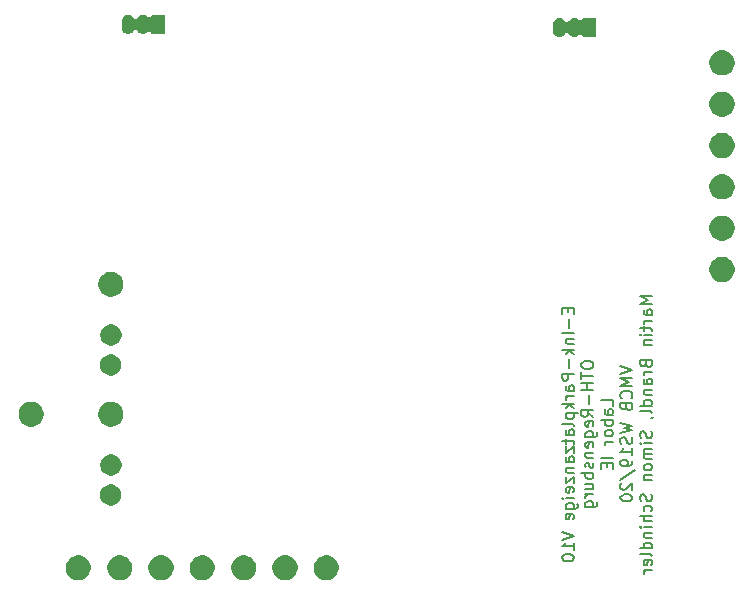
<source format=gbs>
G04 #@! TF.GenerationSoftware,KiCad,Pcbnew,5.1.5-52549c5~84~ubuntu18.04.1*
G04 #@! TF.CreationDate,2019-12-19T12:34:09+01:00*
G04 #@! TF.ProjectId,E-Ink,452d496e-6b2e-46b6-9963-61645f706362,rev?*
G04 #@! TF.SameCoordinates,Original*
G04 #@! TF.FileFunction,Soldermask,Bot*
G04 #@! TF.FilePolarity,Negative*
%FSLAX46Y46*%
G04 Gerber Fmt 4.6, Leading zero omitted, Abs format (unit mm)*
G04 Created by KiCad (PCBNEW 5.1.5-52549c5~84~ubuntu18.04.1) date 2019-12-19 12:34:09*
%MOMM*%
%LPD*%
G04 APERTURE LIST*
%ADD10C,0.150000*%
%ADD11C,0.100000*%
G04 APERTURE END LIST*
D10*
X149728571Y-75529523D02*
X149728571Y-75862857D01*
X150252380Y-76005714D02*
X150252380Y-75529523D01*
X149252380Y-75529523D01*
X149252380Y-76005714D01*
X149871428Y-76434285D02*
X149871428Y-77196190D01*
X150252380Y-77672380D02*
X149252380Y-77672380D01*
X149585714Y-78148571D02*
X150252380Y-78148571D01*
X149680952Y-78148571D02*
X149633333Y-78196190D01*
X149585714Y-78291428D01*
X149585714Y-78434285D01*
X149633333Y-78529523D01*
X149728571Y-78577142D01*
X150252380Y-78577142D01*
X150252380Y-79053333D02*
X149252380Y-79053333D01*
X149871428Y-79148571D02*
X150252380Y-79434285D01*
X149585714Y-79434285D02*
X149966666Y-79053333D01*
X149871428Y-79862857D02*
X149871428Y-80624761D01*
X150252380Y-81100952D02*
X149252380Y-81100952D01*
X149252380Y-81481904D01*
X149300000Y-81577142D01*
X149347619Y-81624761D01*
X149442857Y-81672380D01*
X149585714Y-81672380D01*
X149680952Y-81624761D01*
X149728571Y-81577142D01*
X149776190Y-81481904D01*
X149776190Y-81100952D01*
X150252380Y-82529523D02*
X149728571Y-82529523D01*
X149633333Y-82481904D01*
X149585714Y-82386666D01*
X149585714Y-82196190D01*
X149633333Y-82100952D01*
X150204761Y-82529523D02*
X150252380Y-82434285D01*
X150252380Y-82196190D01*
X150204761Y-82100952D01*
X150109523Y-82053333D01*
X150014285Y-82053333D01*
X149919047Y-82100952D01*
X149871428Y-82196190D01*
X149871428Y-82434285D01*
X149823809Y-82529523D01*
X150252380Y-83005714D02*
X149585714Y-83005714D01*
X149776190Y-83005714D02*
X149680952Y-83053333D01*
X149633333Y-83100952D01*
X149585714Y-83196190D01*
X149585714Y-83291428D01*
X150252380Y-83624761D02*
X149252380Y-83624761D01*
X149871428Y-83720000D02*
X150252380Y-84005714D01*
X149585714Y-84005714D02*
X149966666Y-83624761D01*
X149585714Y-84434285D02*
X150585714Y-84434285D01*
X149633333Y-84434285D02*
X149585714Y-84529523D01*
X149585714Y-84720000D01*
X149633333Y-84815238D01*
X149680952Y-84862857D01*
X149776190Y-84910476D01*
X150061904Y-84910476D01*
X150157142Y-84862857D01*
X150204761Y-84815238D01*
X150252380Y-84720000D01*
X150252380Y-84529523D01*
X150204761Y-84434285D01*
X150252380Y-85481904D02*
X150204761Y-85386666D01*
X150109523Y-85339047D01*
X149252380Y-85339047D01*
X150252380Y-86291428D02*
X149728571Y-86291428D01*
X149633333Y-86243809D01*
X149585714Y-86148571D01*
X149585714Y-85958095D01*
X149633333Y-85862857D01*
X150204761Y-86291428D02*
X150252380Y-86196190D01*
X150252380Y-85958095D01*
X150204761Y-85862857D01*
X150109523Y-85815238D01*
X150014285Y-85815238D01*
X149919047Y-85862857D01*
X149871428Y-85958095D01*
X149871428Y-86196190D01*
X149823809Y-86291428D01*
X149585714Y-86624761D02*
X149585714Y-87005714D01*
X149252380Y-86767619D02*
X150109523Y-86767619D01*
X150204761Y-86815238D01*
X150252380Y-86910476D01*
X150252380Y-87005714D01*
X149585714Y-87243809D02*
X149585714Y-87767619D01*
X150252380Y-87243809D01*
X150252380Y-87767619D01*
X150252380Y-88577142D02*
X149728571Y-88577142D01*
X149633333Y-88529523D01*
X149585714Y-88434285D01*
X149585714Y-88243809D01*
X149633333Y-88148571D01*
X150204761Y-88577142D02*
X150252380Y-88481904D01*
X150252380Y-88243809D01*
X150204761Y-88148571D01*
X150109523Y-88100952D01*
X150014285Y-88100952D01*
X149919047Y-88148571D01*
X149871428Y-88243809D01*
X149871428Y-88481904D01*
X149823809Y-88577142D01*
X149585714Y-89053333D02*
X150252380Y-89053333D01*
X149680952Y-89053333D02*
X149633333Y-89100952D01*
X149585714Y-89196190D01*
X149585714Y-89339047D01*
X149633333Y-89434285D01*
X149728571Y-89481904D01*
X150252380Y-89481904D01*
X149585714Y-89862857D02*
X149585714Y-90386666D01*
X150252380Y-89862857D01*
X150252380Y-90386666D01*
X150204761Y-91148571D02*
X150252380Y-91053333D01*
X150252380Y-90862857D01*
X150204761Y-90767619D01*
X150109523Y-90720000D01*
X149728571Y-90720000D01*
X149633333Y-90767619D01*
X149585714Y-90862857D01*
X149585714Y-91053333D01*
X149633333Y-91148571D01*
X149728571Y-91196190D01*
X149823809Y-91196190D01*
X149919047Y-90720000D01*
X150252380Y-91624761D02*
X149585714Y-91624761D01*
X149252380Y-91624761D02*
X149300000Y-91577142D01*
X149347619Y-91624761D01*
X149300000Y-91672380D01*
X149252380Y-91624761D01*
X149347619Y-91624761D01*
X149585714Y-92529523D02*
X150395238Y-92529523D01*
X150490476Y-92481904D01*
X150538095Y-92434285D01*
X150585714Y-92339047D01*
X150585714Y-92196190D01*
X150538095Y-92100952D01*
X150204761Y-92529523D02*
X150252380Y-92434285D01*
X150252380Y-92243809D01*
X150204761Y-92148571D01*
X150157142Y-92100952D01*
X150061904Y-92053333D01*
X149776190Y-92053333D01*
X149680952Y-92100952D01*
X149633333Y-92148571D01*
X149585714Y-92243809D01*
X149585714Y-92434285D01*
X149633333Y-92529523D01*
X150204761Y-93386666D02*
X150252380Y-93291428D01*
X150252380Y-93100952D01*
X150204761Y-93005714D01*
X150109523Y-92958095D01*
X149728571Y-92958095D01*
X149633333Y-93005714D01*
X149585714Y-93100952D01*
X149585714Y-93291428D01*
X149633333Y-93386666D01*
X149728571Y-93434285D01*
X149823809Y-93434285D01*
X149919047Y-92958095D01*
X149252380Y-94481904D02*
X150252380Y-94815238D01*
X149252380Y-95148571D01*
X150252380Y-96005714D02*
X150252380Y-95434285D01*
X150252380Y-95720000D02*
X149252380Y-95720000D01*
X149395238Y-95624761D01*
X149490476Y-95529523D01*
X149538095Y-95434285D01*
X149252380Y-96624761D02*
X149252380Y-96720000D01*
X149300000Y-96815238D01*
X149347619Y-96862857D01*
X149442857Y-96910476D01*
X149633333Y-96958095D01*
X149871428Y-96958095D01*
X150061904Y-96910476D01*
X150157142Y-96862857D01*
X150204761Y-96815238D01*
X150252380Y-96720000D01*
X150252380Y-96624761D01*
X150204761Y-96529523D01*
X150157142Y-96481904D01*
X150061904Y-96434285D01*
X149871428Y-96386666D01*
X149633333Y-96386666D01*
X149442857Y-96434285D01*
X149347619Y-96481904D01*
X149300000Y-96529523D01*
X149252380Y-96624761D01*
X150902380Y-80267619D02*
X150902380Y-80458095D01*
X150950000Y-80553333D01*
X151045238Y-80648571D01*
X151235714Y-80696190D01*
X151569047Y-80696190D01*
X151759523Y-80648571D01*
X151854761Y-80553333D01*
X151902380Y-80458095D01*
X151902380Y-80267619D01*
X151854761Y-80172380D01*
X151759523Y-80077142D01*
X151569047Y-80029523D01*
X151235714Y-80029523D01*
X151045238Y-80077142D01*
X150950000Y-80172380D01*
X150902380Y-80267619D01*
X150902380Y-80981904D02*
X150902380Y-81553333D01*
X151902380Y-81267619D02*
X150902380Y-81267619D01*
X151902380Y-81886666D02*
X150902380Y-81886666D01*
X151378571Y-81886666D02*
X151378571Y-82458095D01*
X151902380Y-82458095D02*
X150902380Y-82458095D01*
X151521428Y-82934285D02*
X151521428Y-83696190D01*
X151902380Y-84743809D02*
X151426190Y-84410476D01*
X151902380Y-84172380D02*
X150902380Y-84172380D01*
X150902380Y-84553333D01*
X150950000Y-84648571D01*
X150997619Y-84696190D01*
X151092857Y-84743809D01*
X151235714Y-84743809D01*
X151330952Y-84696190D01*
X151378571Y-84648571D01*
X151426190Y-84553333D01*
X151426190Y-84172380D01*
X151854761Y-85553333D02*
X151902380Y-85458095D01*
X151902380Y-85267619D01*
X151854761Y-85172380D01*
X151759523Y-85124761D01*
X151378571Y-85124761D01*
X151283333Y-85172380D01*
X151235714Y-85267619D01*
X151235714Y-85458095D01*
X151283333Y-85553333D01*
X151378571Y-85600952D01*
X151473809Y-85600952D01*
X151569047Y-85124761D01*
X151235714Y-86458095D02*
X152045238Y-86458095D01*
X152140476Y-86410476D01*
X152188095Y-86362857D01*
X152235714Y-86267619D01*
X152235714Y-86124761D01*
X152188095Y-86029523D01*
X151854761Y-86458095D02*
X151902380Y-86362857D01*
X151902380Y-86172380D01*
X151854761Y-86077142D01*
X151807142Y-86029523D01*
X151711904Y-85981904D01*
X151426190Y-85981904D01*
X151330952Y-86029523D01*
X151283333Y-86077142D01*
X151235714Y-86172380D01*
X151235714Y-86362857D01*
X151283333Y-86458095D01*
X151854761Y-87315238D02*
X151902380Y-87220000D01*
X151902380Y-87029523D01*
X151854761Y-86934285D01*
X151759523Y-86886666D01*
X151378571Y-86886666D01*
X151283333Y-86934285D01*
X151235714Y-87029523D01*
X151235714Y-87220000D01*
X151283333Y-87315238D01*
X151378571Y-87362857D01*
X151473809Y-87362857D01*
X151569047Y-86886666D01*
X151235714Y-87791428D02*
X151902380Y-87791428D01*
X151330952Y-87791428D02*
X151283333Y-87839047D01*
X151235714Y-87934285D01*
X151235714Y-88077142D01*
X151283333Y-88172380D01*
X151378571Y-88220000D01*
X151902380Y-88220000D01*
X151854761Y-88648571D02*
X151902380Y-88743809D01*
X151902380Y-88934285D01*
X151854761Y-89029523D01*
X151759523Y-89077142D01*
X151711904Y-89077142D01*
X151616666Y-89029523D01*
X151569047Y-88934285D01*
X151569047Y-88791428D01*
X151521428Y-88696190D01*
X151426190Y-88648571D01*
X151378571Y-88648571D01*
X151283333Y-88696190D01*
X151235714Y-88791428D01*
X151235714Y-88934285D01*
X151283333Y-89029523D01*
X151902380Y-89505714D02*
X150902380Y-89505714D01*
X151283333Y-89505714D02*
X151235714Y-89600952D01*
X151235714Y-89791428D01*
X151283333Y-89886666D01*
X151330952Y-89934285D01*
X151426190Y-89981904D01*
X151711904Y-89981904D01*
X151807142Y-89934285D01*
X151854761Y-89886666D01*
X151902380Y-89791428D01*
X151902380Y-89600952D01*
X151854761Y-89505714D01*
X151235714Y-90839047D02*
X151902380Y-90839047D01*
X151235714Y-90410476D02*
X151759523Y-90410476D01*
X151854761Y-90458095D01*
X151902380Y-90553333D01*
X151902380Y-90696190D01*
X151854761Y-90791428D01*
X151807142Y-90839047D01*
X151902380Y-91315238D02*
X151235714Y-91315238D01*
X151426190Y-91315238D02*
X151330952Y-91362857D01*
X151283333Y-91410476D01*
X151235714Y-91505714D01*
X151235714Y-91600952D01*
X151235714Y-92362857D02*
X152045238Y-92362857D01*
X152140476Y-92315238D01*
X152188095Y-92267619D01*
X152235714Y-92172380D01*
X152235714Y-92029523D01*
X152188095Y-91934285D01*
X151854761Y-92362857D02*
X151902380Y-92267619D01*
X151902380Y-92077142D01*
X151854761Y-91981904D01*
X151807142Y-91934285D01*
X151711904Y-91886666D01*
X151426190Y-91886666D01*
X151330952Y-91934285D01*
X151283333Y-91981904D01*
X151235714Y-92077142D01*
X151235714Y-92267619D01*
X151283333Y-92362857D01*
X153552380Y-83791428D02*
X153552380Y-83315238D01*
X152552380Y-83315238D01*
X153552380Y-84553333D02*
X153028571Y-84553333D01*
X152933333Y-84505714D01*
X152885714Y-84410476D01*
X152885714Y-84220000D01*
X152933333Y-84124761D01*
X153504761Y-84553333D02*
X153552380Y-84458095D01*
X153552380Y-84220000D01*
X153504761Y-84124761D01*
X153409523Y-84077142D01*
X153314285Y-84077142D01*
X153219047Y-84124761D01*
X153171428Y-84220000D01*
X153171428Y-84458095D01*
X153123809Y-84553333D01*
X153552380Y-85029523D02*
X152552380Y-85029523D01*
X152933333Y-85029523D02*
X152885714Y-85124761D01*
X152885714Y-85315238D01*
X152933333Y-85410476D01*
X152980952Y-85458095D01*
X153076190Y-85505714D01*
X153361904Y-85505714D01*
X153457142Y-85458095D01*
X153504761Y-85410476D01*
X153552380Y-85315238D01*
X153552380Y-85124761D01*
X153504761Y-85029523D01*
X153552380Y-86077142D02*
X153504761Y-85981904D01*
X153457142Y-85934285D01*
X153361904Y-85886666D01*
X153076190Y-85886666D01*
X152980952Y-85934285D01*
X152933333Y-85981904D01*
X152885714Y-86077142D01*
X152885714Y-86220000D01*
X152933333Y-86315238D01*
X152980952Y-86362857D01*
X153076190Y-86410476D01*
X153361904Y-86410476D01*
X153457142Y-86362857D01*
X153504761Y-86315238D01*
X153552380Y-86220000D01*
X153552380Y-86077142D01*
X153552380Y-86839047D02*
X152885714Y-86839047D01*
X153076190Y-86839047D02*
X152980952Y-86886666D01*
X152933333Y-86934285D01*
X152885714Y-87029523D01*
X152885714Y-87124761D01*
X153552380Y-88220000D02*
X152552380Y-88220000D01*
X153028571Y-88696190D02*
X153028571Y-89029523D01*
X153552380Y-89172380D02*
X153552380Y-88696190D01*
X152552380Y-88696190D01*
X152552380Y-89172380D01*
X154202380Y-80458095D02*
X155202380Y-80791428D01*
X154202380Y-81124761D01*
X155202380Y-81458095D02*
X154202380Y-81458095D01*
X154916666Y-81791428D01*
X154202380Y-82124761D01*
X155202380Y-82124761D01*
X155107142Y-83172380D02*
X155154761Y-83124761D01*
X155202380Y-82981904D01*
X155202380Y-82886666D01*
X155154761Y-82743809D01*
X155059523Y-82648571D01*
X154964285Y-82600952D01*
X154773809Y-82553333D01*
X154630952Y-82553333D01*
X154440476Y-82600952D01*
X154345238Y-82648571D01*
X154250000Y-82743809D01*
X154202380Y-82886666D01*
X154202380Y-82981904D01*
X154250000Y-83124761D01*
X154297619Y-83172380D01*
X154678571Y-83934285D02*
X154726190Y-84077142D01*
X154773809Y-84124761D01*
X154869047Y-84172380D01*
X155011904Y-84172380D01*
X155107142Y-84124761D01*
X155154761Y-84077142D01*
X155202380Y-83981904D01*
X155202380Y-83600952D01*
X154202380Y-83600952D01*
X154202380Y-83934285D01*
X154250000Y-84029523D01*
X154297619Y-84077142D01*
X154392857Y-84124761D01*
X154488095Y-84124761D01*
X154583333Y-84077142D01*
X154630952Y-84029523D01*
X154678571Y-83934285D01*
X154678571Y-83600952D01*
X154202380Y-85267619D02*
X155202380Y-85505714D01*
X154488095Y-85696190D01*
X155202380Y-85886666D01*
X154202380Y-86124761D01*
X155154761Y-86458095D02*
X155202380Y-86600952D01*
X155202380Y-86839047D01*
X155154761Y-86934285D01*
X155107142Y-86981904D01*
X155011904Y-87029523D01*
X154916666Y-87029523D01*
X154821428Y-86981904D01*
X154773809Y-86934285D01*
X154726190Y-86839047D01*
X154678571Y-86648571D01*
X154630952Y-86553333D01*
X154583333Y-86505714D01*
X154488095Y-86458095D01*
X154392857Y-86458095D01*
X154297619Y-86505714D01*
X154250000Y-86553333D01*
X154202380Y-86648571D01*
X154202380Y-86886666D01*
X154250000Y-87029523D01*
X155202380Y-87981904D02*
X155202380Y-87410476D01*
X155202380Y-87696190D02*
X154202380Y-87696190D01*
X154345238Y-87600952D01*
X154440476Y-87505714D01*
X154488095Y-87410476D01*
X155202380Y-88458095D02*
X155202380Y-88648571D01*
X155154761Y-88743809D01*
X155107142Y-88791428D01*
X154964285Y-88886666D01*
X154773809Y-88934285D01*
X154392857Y-88934285D01*
X154297619Y-88886666D01*
X154250000Y-88839047D01*
X154202380Y-88743809D01*
X154202380Y-88553333D01*
X154250000Y-88458095D01*
X154297619Y-88410476D01*
X154392857Y-88362857D01*
X154630952Y-88362857D01*
X154726190Y-88410476D01*
X154773809Y-88458095D01*
X154821428Y-88553333D01*
X154821428Y-88743809D01*
X154773809Y-88839047D01*
X154726190Y-88886666D01*
X154630952Y-88934285D01*
X154154761Y-90077142D02*
X155440476Y-89220000D01*
X154297619Y-90362857D02*
X154250000Y-90410476D01*
X154202380Y-90505714D01*
X154202380Y-90743809D01*
X154250000Y-90839047D01*
X154297619Y-90886666D01*
X154392857Y-90934285D01*
X154488095Y-90934285D01*
X154630952Y-90886666D01*
X155202380Y-90315238D01*
X155202380Y-90934285D01*
X154202380Y-91553333D02*
X154202380Y-91648571D01*
X154250000Y-91743809D01*
X154297619Y-91791428D01*
X154392857Y-91839047D01*
X154583333Y-91886666D01*
X154821428Y-91886666D01*
X155011904Y-91839047D01*
X155107142Y-91791428D01*
X155154761Y-91743809D01*
X155202380Y-91648571D01*
X155202380Y-91553333D01*
X155154761Y-91458095D01*
X155107142Y-91410476D01*
X155011904Y-91362857D01*
X154821428Y-91315238D01*
X154583333Y-91315238D01*
X154392857Y-91362857D01*
X154297619Y-91410476D01*
X154250000Y-91458095D01*
X154202380Y-91553333D01*
X156852380Y-74553333D02*
X155852380Y-74553333D01*
X156566666Y-74886666D01*
X155852380Y-75220000D01*
X156852380Y-75220000D01*
X156852380Y-76124761D02*
X156328571Y-76124761D01*
X156233333Y-76077142D01*
X156185714Y-75981904D01*
X156185714Y-75791428D01*
X156233333Y-75696190D01*
X156804761Y-76124761D02*
X156852380Y-76029523D01*
X156852380Y-75791428D01*
X156804761Y-75696190D01*
X156709523Y-75648571D01*
X156614285Y-75648571D01*
X156519047Y-75696190D01*
X156471428Y-75791428D01*
X156471428Y-76029523D01*
X156423809Y-76124761D01*
X156852380Y-76600952D02*
X156185714Y-76600952D01*
X156376190Y-76600952D02*
X156280952Y-76648571D01*
X156233333Y-76696190D01*
X156185714Y-76791428D01*
X156185714Y-76886666D01*
X156185714Y-77077142D02*
X156185714Y-77458095D01*
X155852380Y-77220000D02*
X156709523Y-77220000D01*
X156804761Y-77267619D01*
X156852380Y-77362857D01*
X156852380Y-77458095D01*
X156852380Y-77791428D02*
X156185714Y-77791428D01*
X155852380Y-77791428D02*
X155900000Y-77743809D01*
X155947619Y-77791428D01*
X155900000Y-77839047D01*
X155852380Y-77791428D01*
X155947619Y-77791428D01*
X156185714Y-78267619D02*
X156852380Y-78267619D01*
X156280952Y-78267619D02*
X156233333Y-78315238D01*
X156185714Y-78410476D01*
X156185714Y-78553333D01*
X156233333Y-78648571D01*
X156328571Y-78696190D01*
X156852380Y-78696190D01*
X156328571Y-80267619D02*
X156376190Y-80410476D01*
X156423809Y-80458095D01*
X156519047Y-80505714D01*
X156661904Y-80505714D01*
X156757142Y-80458095D01*
X156804761Y-80410476D01*
X156852380Y-80315238D01*
X156852380Y-79934285D01*
X155852380Y-79934285D01*
X155852380Y-80267619D01*
X155900000Y-80362857D01*
X155947619Y-80410476D01*
X156042857Y-80458095D01*
X156138095Y-80458095D01*
X156233333Y-80410476D01*
X156280952Y-80362857D01*
X156328571Y-80267619D01*
X156328571Y-79934285D01*
X156852380Y-80934285D02*
X156185714Y-80934285D01*
X156376190Y-80934285D02*
X156280952Y-80981904D01*
X156233333Y-81029523D01*
X156185714Y-81124761D01*
X156185714Y-81220000D01*
X156852380Y-81981904D02*
X156328571Y-81981904D01*
X156233333Y-81934285D01*
X156185714Y-81839047D01*
X156185714Y-81648571D01*
X156233333Y-81553333D01*
X156804761Y-81981904D02*
X156852380Y-81886666D01*
X156852380Y-81648571D01*
X156804761Y-81553333D01*
X156709523Y-81505714D01*
X156614285Y-81505714D01*
X156519047Y-81553333D01*
X156471428Y-81648571D01*
X156471428Y-81886666D01*
X156423809Y-81981904D01*
X156185714Y-82458095D02*
X156852380Y-82458095D01*
X156280952Y-82458095D02*
X156233333Y-82505714D01*
X156185714Y-82600952D01*
X156185714Y-82743809D01*
X156233333Y-82839047D01*
X156328571Y-82886666D01*
X156852380Y-82886666D01*
X156852380Y-83791428D02*
X155852380Y-83791428D01*
X156804761Y-83791428D02*
X156852380Y-83696190D01*
X156852380Y-83505714D01*
X156804761Y-83410476D01*
X156757142Y-83362857D01*
X156661904Y-83315238D01*
X156376190Y-83315238D01*
X156280952Y-83362857D01*
X156233333Y-83410476D01*
X156185714Y-83505714D01*
X156185714Y-83696190D01*
X156233333Y-83791428D01*
X156852380Y-84410476D02*
X156804761Y-84315238D01*
X156709523Y-84267619D01*
X155852380Y-84267619D01*
X156804761Y-84839047D02*
X156852380Y-84839047D01*
X156947619Y-84791428D01*
X156995238Y-84743809D01*
X156804761Y-85981904D02*
X156852380Y-86124761D01*
X156852380Y-86362857D01*
X156804761Y-86458095D01*
X156757142Y-86505714D01*
X156661904Y-86553333D01*
X156566666Y-86553333D01*
X156471428Y-86505714D01*
X156423809Y-86458095D01*
X156376190Y-86362857D01*
X156328571Y-86172380D01*
X156280952Y-86077142D01*
X156233333Y-86029523D01*
X156138095Y-85981904D01*
X156042857Y-85981904D01*
X155947619Y-86029523D01*
X155900000Y-86077142D01*
X155852380Y-86172380D01*
X155852380Y-86410476D01*
X155900000Y-86553333D01*
X156852380Y-86981904D02*
X156185714Y-86981904D01*
X155852380Y-86981904D02*
X155900000Y-86934285D01*
X155947619Y-86981904D01*
X155900000Y-87029523D01*
X155852380Y-86981904D01*
X155947619Y-86981904D01*
X156852380Y-87458095D02*
X156185714Y-87458095D01*
X156280952Y-87458095D02*
X156233333Y-87505714D01*
X156185714Y-87600952D01*
X156185714Y-87743809D01*
X156233333Y-87839047D01*
X156328571Y-87886666D01*
X156852380Y-87886666D01*
X156328571Y-87886666D02*
X156233333Y-87934285D01*
X156185714Y-88029523D01*
X156185714Y-88172380D01*
X156233333Y-88267619D01*
X156328571Y-88315238D01*
X156852380Y-88315238D01*
X156852380Y-88934285D02*
X156804761Y-88839047D01*
X156757142Y-88791428D01*
X156661904Y-88743809D01*
X156376190Y-88743809D01*
X156280952Y-88791428D01*
X156233333Y-88839047D01*
X156185714Y-88934285D01*
X156185714Y-89077142D01*
X156233333Y-89172380D01*
X156280952Y-89220000D01*
X156376190Y-89267619D01*
X156661904Y-89267619D01*
X156757142Y-89220000D01*
X156804761Y-89172380D01*
X156852380Y-89077142D01*
X156852380Y-88934285D01*
X156185714Y-89696190D02*
X156852380Y-89696190D01*
X156280952Y-89696190D02*
X156233333Y-89743809D01*
X156185714Y-89839047D01*
X156185714Y-89981904D01*
X156233333Y-90077142D01*
X156328571Y-90124761D01*
X156852380Y-90124761D01*
X156804761Y-91315238D02*
X156852380Y-91458095D01*
X156852380Y-91696190D01*
X156804761Y-91791428D01*
X156757142Y-91839047D01*
X156661904Y-91886666D01*
X156566666Y-91886666D01*
X156471428Y-91839047D01*
X156423809Y-91791428D01*
X156376190Y-91696190D01*
X156328571Y-91505714D01*
X156280952Y-91410476D01*
X156233333Y-91362857D01*
X156138095Y-91315238D01*
X156042857Y-91315238D01*
X155947619Y-91362857D01*
X155900000Y-91410476D01*
X155852380Y-91505714D01*
X155852380Y-91743809D01*
X155900000Y-91886666D01*
X156804761Y-92743809D02*
X156852380Y-92648571D01*
X156852380Y-92458095D01*
X156804761Y-92362857D01*
X156757142Y-92315238D01*
X156661904Y-92267619D01*
X156376190Y-92267619D01*
X156280952Y-92315238D01*
X156233333Y-92362857D01*
X156185714Y-92458095D01*
X156185714Y-92648571D01*
X156233333Y-92743809D01*
X156852380Y-93172380D02*
X155852380Y-93172380D01*
X156852380Y-93600952D02*
X156328571Y-93600952D01*
X156233333Y-93553333D01*
X156185714Y-93458095D01*
X156185714Y-93315238D01*
X156233333Y-93220000D01*
X156280952Y-93172380D01*
X156852380Y-94077142D02*
X156185714Y-94077142D01*
X155852380Y-94077142D02*
X155900000Y-94029523D01*
X155947619Y-94077142D01*
X155900000Y-94124761D01*
X155852380Y-94077142D01*
X155947619Y-94077142D01*
X156185714Y-94553333D02*
X156852380Y-94553333D01*
X156280952Y-94553333D02*
X156233333Y-94600952D01*
X156185714Y-94696190D01*
X156185714Y-94839047D01*
X156233333Y-94934285D01*
X156328571Y-94981904D01*
X156852380Y-94981904D01*
X156852380Y-95886666D02*
X155852380Y-95886666D01*
X156804761Y-95886666D02*
X156852380Y-95791428D01*
X156852380Y-95600952D01*
X156804761Y-95505714D01*
X156757142Y-95458095D01*
X156661904Y-95410476D01*
X156376190Y-95410476D01*
X156280952Y-95458095D01*
X156233333Y-95505714D01*
X156185714Y-95600952D01*
X156185714Y-95791428D01*
X156233333Y-95886666D01*
X156852380Y-96505714D02*
X156804761Y-96410476D01*
X156709523Y-96362857D01*
X155852380Y-96362857D01*
X156804761Y-97267619D02*
X156852380Y-97172380D01*
X156852380Y-96981904D01*
X156804761Y-96886666D01*
X156709523Y-96839047D01*
X156328571Y-96839047D01*
X156233333Y-96886666D01*
X156185714Y-96981904D01*
X156185714Y-97172380D01*
X156233333Y-97267619D01*
X156328571Y-97315238D01*
X156423809Y-97315238D01*
X156519047Y-96839047D01*
X156852380Y-97743809D02*
X156185714Y-97743809D01*
X156376190Y-97743809D02*
X156280952Y-97791428D01*
X156233333Y-97839047D01*
X156185714Y-97934285D01*
X156185714Y-98029523D01*
D11*
G36*
X115430035Y-96464079D02*
G01*
X115609482Y-96499773D01*
X115802572Y-96579754D01*
X115976348Y-96695867D01*
X116124133Y-96843652D01*
X116240246Y-97017428D01*
X116320227Y-97210518D01*
X116361000Y-97415501D01*
X116361000Y-97624499D01*
X116320227Y-97829482D01*
X116240246Y-98022572D01*
X116124133Y-98196348D01*
X115976348Y-98344133D01*
X115802572Y-98460246D01*
X115609482Y-98540227D01*
X115430035Y-98575921D01*
X115404500Y-98581000D01*
X115195500Y-98581000D01*
X115169965Y-98575921D01*
X114990518Y-98540227D01*
X114797428Y-98460246D01*
X114623652Y-98344133D01*
X114475867Y-98196348D01*
X114359754Y-98022572D01*
X114279773Y-97829482D01*
X114239000Y-97624499D01*
X114239000Y-97415501D01*
X114279773Y-97210518D01*
X114359754Y-97017428D01*
X114475867Y-96843652D01*
X114623652Y-96695867D01*
X114797428Y-96579754D01*
X114990518Y-96499773D01*
X115169965Y-96464079D01*
X115195500Y-96459000D01*
X115404500Y-96459000D01*
X115430035Y-96464079D01*
G37*
G36*
X111930035Y-96464079D02*
G01*
X112109482Y-96499773D01*
X112302572Y-96579754D01*
X112476348Y-96695867D01*
X112624133Y-96843652D01*
X112740246Y-97017428D01*
X112820227Y-97210518D01*
X112861000Y-97415501D01*
X112861000Y-97624499D01*
X112820227Y-97829482D01*
X112740246Y-98022572D01*
X112624133Y-98196348D01*
X112476348Y-98344133D01*
X112302572Y-98460246D01*
X112109482Y-98540227D01*
X111930035Y-98575921D01*
X111904500Y-98581000D01*
X111695500Y-98581000D01*
X111669965Y-98575921D01*
X111490518Y-98540227D01*
X111297428Y-98460246D01*
X111123652Y-98344133D01*
X110975867Y-98196348D01*
X110859754Y-98022572D01*
X110779773Y-97829482D01*
X110739000Y-97624499D01*
X110739000Y-97415501D01*
X110779773Y-97210518D01*
X110859754Y-97017428D01*
X110975867Y-96843652D01*
X111123652Y-96695867D01*
X111297428Y-96579754D01*
X111490518Y-96499773D01*
X111669965Y-96464079D01*
X111695500Y-96459000D01*
X111904500Y-96459000D01*
X111930035Y-96464079D01*
G37*
G36*
X108430035Y-96464079D02*
G01*
X108609482Y-96499773D01*
X108802572Y-96579754D01*
X108976348Y-96695867D01*
X109124133Y-96843652D01*
X109240246Y-97017428D01*
X109320227Y-97210518D01*
X109361000Y-97415501D01*
X109361000Y-97624499D01*
X109320227Y-97829482D01*
X109240246Y-98022572D01*
X109124133Y-98196348D01*
X108976348Y-98344133D01*
X108802572Y-98460246D01*
X108609482Y-98540227D01*
X108430035Y-98575921D01*
X108404500Y-98581000D01*
X108195500Y-98581000D01*
X108169965Y-98575921D01*
X107990518Y-98540227D01*
X107797428Y-98460246D01*
X107623652Y-98344133D01*
X107475867Y-98196348D01*
X107359754Y-98022572D01*
X107279773Y-97829482D01*
X107239000Y-97624499D01*
X107239000Y-97415501D01*
X107279773Y-97210518D01*
X107359754Y-97017428D01*
X107475867Y-96843652D01*
X107623652Y-96695867D01*
X107797428Y-96579754D01*
X107990518Y-96499773D01*
X108169965Y-96464079D01*
X108195500Y-96459000D01*
X108404500Y-96459000D01*
X108430035Y-96464079D01*
G37*
G36*
X118930035Y-96464079D02*
G01*
X119109482Y-96499773D01*
X119302572Y-96579754D01*
X119476348Y-96695867D01*
X119624133Y-96843652D01*
X119740246Y-97017428D01*
X119820227Y-97210518D01*
X119861000Y-97415501D01*
X119861000Y-97624499D01*
X119820227Y-97829482D01*
X119740246Y-98022572D01*
X119624133Y-98196348D01*
X119476348Y-98344133D01*
X119302572Y-98460246D01*
X119109482Y-98540227D01*
X118930035Y-98575921D01*
X118904500Y-98581000D01*
X118695500Y-98581000D01*
X118669965Y-98575921D01*
X118490518Y-98540227D01*
X118297428Y-98460246D01*
X118123652Y-98344133D01*
X117975867Y-98196348D01*
X117859754Y-98022572D01*
X117779773Y-97829482D01*
X117739000Y-97624499D01*
X117739000Y-97415501D01*
X117779773Y-97210518D01*
X117859754Y-97017428D01*
X117975867Y-96843652D01*
X118123652Y-96695867D01*
X118297428Y-96579754D01*
X118490518Y-96499773D01*
X118669965Y-96464079D01*
X118695500Y-96459000D01*
X118904500Y-96459000D01*
X118930035Y-96464079D01*
G37*
G36*
X122430035Y-96464079D02*
G01*
X122609482Y-96499773D01*
X122802572Y-96579754D01*
X122976348Y-96695867D01*
X123124133Y-96843652D01*
X123240246Y-97017428D01*
X123320227Y-97210518D01*
X123361000Y-97415501D01*
X123361000Y-97624499D01*
X123320227Y-97829482D01*
X123240246Y-98022572D01*
X123124133Y-98196348D01*
X122976348Y-98344133D01*
X122802572Y-98460246D01*
X122609482Y-98540227D01*
X122430035Y-98575921D01*
X122404500Y-98581000D01*
X122195500Y-98581000D01*
X122169965Y-98575921D01*
X121990518Y-98540227D01*
X121797428Y-98460246D01*
X121623652Y-98344133D01*
X121475867Y-98196348D01*
X121359754Y-98022572D01*
X121279773Y-97829482D01*
X121239000Y-97624499D01*
X121239000Y-97415501D01*
X121279773Y-97210518D01*
X121359754Y-97017428D01*
X121475867Y-96843652D01*
X121623652Y-96695867D01*
X121797428Y-96579754D01*
X121990518Y-96499773D01*
X122169965Y-96464079D01*
X122195500Y-96459000D01*
X122404500Y-96459000D01*
X122430035Y-96464079D01*
G37*
G36*
X129430035Y-96464079D02*
G01*
X129609482Y-96499773D01*
X129802572Y-96579754D01*
X129976348Y-96695867D01*
X130124133Y-96843652D01*
X130240246Y-97017428D01*
X130320227Y-97210518D01*
X130361000Y-97415501D01*
X130361000Y-97624499D01*
X130320227Y-97829482D01*
X130240246Y-98022572D01*
X130124133Y-98196348D01*
X129976348Y-98344133D01*
X129802572Y-98460246D01*
X129609482Y-98540227D01*
X129430035Y-98575921D01*
X129404500Y-98581000D01*
X129195500Y-98581000D01*
X129169965Y-98575921D01*
X128990518Y-98540227D01*
X128797428Y-98460246D01*
X128623652Y-98344133D01*
X128475867Y-98196348D01*
X128359754Y-98022572D01*
X128279773Y-97829482D01*
X128239000Y-97624499D01*
X128239000Y-97415501D01*
X128279773Y-97210518D01*
X128359754Y-97017428D01*
X128475867Y-96843652D01*
X128623652Y-96695867D01*
X128797428Y-96579754D01*
X128990518Y-96499773D01*
X129169965Y-96464079D01*
X129195500Y-96459000D01*
X129404500Y-96459000D01*
X129430035Y-96464079D01*
G37*
G36*
X125930035Y-96464079D02*
G01*
X126109482Y-96499773D01*
X126302572Y-96579754D01*
X126476348Y-96695867D01*
X126624133Y-96843652D01*
X126740246Y-97017428D01*
X126820227Y-97210518D01*
X126861000Y-97415501D01*
X126861000Y-97624499D01*
X126820227Y-97829482D01*
X126740246Y-98022572D01*
X126624133Y-98196348D01*
X126476348Y-98344133D01*
X126302572Y-98460246D01*
X126109482Y-98540227D01*
X125930035Y-98575921D01*
X125904500Y-98581000D01*
X125695500Y-98581000D01*
X125669965Y-98575921D01*
X125490518Y-98540227D01*
X125297428Y-98460246D01*
X125123652Y-98344133D01*
X124975867Y-98196348D01*
X124859754Y-98022572D01*
X124779773Y-97829482D01*
X124739000Y-97624499D01*
X124739000Y-97415501D01*
X124779773Y-97210518D01*
X124859754Y-97017428D01*
X124975867Y-96843652D01*
X125123652Y-96695867D01*
X125297428Y-96579754D01*
X125490518Y-96499773D01*
X125669965Y-96464079D01*
X125695500Y-96459000D01*
X125904500Y-96459000D01*
X125930035Y-96464079D01*
G37*
G36*
X111302812Y-90493624D02*
G01*
X111466784Y-90561544D01*
X111614354Y-90660147D01*
X111739853Y-90785646D01*
X111838456Y-90933216D01*
X111906376Y-91097188D01*
X111941000Y-91271259D01*
X111941000Y-91448741D01*
X111906376Y-91622812D01*
X111838456Y-91786784D01*
X111739853Y-91934354D01*
X111614354Y-92059853D01*
X111466784Y-92158456D01*
X111302812Y-92226376D01*
X111128741Y-92261000D01*
X110951259Y-92261000D01*
X110777188Y-92226376D01*
X110613216Y-92158456D01*
X110465646Y-92059853D01*
X110340147Y-91934354D01*
X110241544Y-91786784D01*
X110173624Y-91622812D01*
X110139000Y-91448741D01*
X110139000Y-91271259D01*
X110173624Y-91097188D01*
X110241544Y-90933216D01*
X110340147Y-90785646D01*
X110465646Y-90660147D01*
X110613216Y-90561544D01*
X110777188Y-90493624D01*
X110951259Y-90459000D01*
X111128741Y-90459000D01*
X111302812Y-90493624D01*
G37*
G36*
X111322812Y-87953624D02*
G01*
X111486784Y-88021544D01*
X111634354Y-88120147D01*
X111759853Y-88245646D01*
X111858456Y-88393216D01*
X111926376Y-88557188D01*
X111961000Y-88731259D01*
X111961000Y-88908741D01*
X111926376Y-89082812D01*
X111858456Y-89246784D01*
X111759853Y-89394354D01*
X111634354Y-89519853D01*
X111486784Y-89618456D01*
X111322812Y-89686376D01*
X111148741Y-89721000D01*
X110971259Y-89721000D01*
X110797188Y-89686376D01*
X110633216Y-89618456D01*
X110485646Y-89519853D01*
X110360147Y-89394354D01*
X110261544Y-89246784D01*
X110193624Y-89082812D01*
X110159000Y-88908741D01*
X110159000Y-88731259D01*
X110193624Y-88557188D01*
X110261544Y-88393216D01*
X110360147Y-88245646D01*
X110485646Y-88120147D01*
X110633216Y-88021544D01*
X110797188Y-87953624D01*
X110971259Y-87919000D01*
X111148741Y-87919000D01*
X111322812Y-87953624D01*
G37*
G36*
X104430035Y-83464079D02*
G01*
X104609482Y-83499773D01*
X104802572Y-83579754D01*
X104976348Y-83695867D01*
X105124133Y-83843652D01*
X105240246Y-84017428D01*
X105320227Y-84210518D01*
X105361000Y-84415501D01*
X105361000Y-84624499D01*
X105320227Y-84829482D01*
X105240246Y-85022572D01*
X105124133Y-85196348D01*
X104976348Y-85344133D01*
X104802572Y-85460246D01*
X104609482Y-85540227D01*
X104430035Y-85575921D01*
X104404500Y-85581000D01*
X104195500Y-85581000D01*
X104169965Y-85575921D01*
X103990518Y-85540227D01*
X103797428Y-85460246D01*
X103623652Y-85344133D01*
X103475867Y-85196348D01*
X103359754Y-85022572D01*
X103279773Y-84829482D01*
X103239000Y-84624499D01*
X103239000Y-84415501D01*
X103279773Y-84210518D01*
X103359754Y-84017428D01*
X103475867Y-83843652D01*
X103623652Y-83695867D01*
X103797428Y-83579754D01*
X103990518Y-83499773D01*
X104169965Y-83464079D01*
X104195500Y-83459000D01*
X104404500Y-83459000D01*
X104430035Y-83464079D01*
G37*
G36*
X111180035Y-83464079D02*
G01*
X111359482Y-83499773D01*
X111552572Y-83579754D01*
X111726348Y-83695867D01*
X111874133Y-83843652D01*
X111990246Y-84017428D01*
X112070227Y-84210518D01*
X112111000Y-84415501D01*
X112111000Y-84624499D01*
X112070227Y-84829482D01*
X111990246Y-85022572D01*
X111874133Y-85196348D01*
X111726348Y-85344133D01*
X111552572Y-85460246D01*
X111359482Y-85540227D01*
X111180035Y-85575921D01*
X111154500Y-85581000D01*
X110945500Y-85581000D01*
X110919965Y-85575921D01*
X110740518Y-85540227D01*
X110547428Y-85460246D01*
X110373652Y-85344133D01*
X110225867Y-85196348D01*
X110109754Y-85022572D01*
X110029773Y-84829482D01*
X109989000Y-84624499D01*
X109989000Y-84415501D01*
X110029773Y-84210518D01*
X110109754Y-84017428D01*
X110225867Y-83843652D01*
X110373652Y-83695867D01*
X110547428Y-83579754D01*
X110740518Y-83499773D01*
X110919965Y-83464079D01*
X110945500Y-83459000D01*
X111154500Y-83459000D01*
X111180035Y-83464079D01*
G37*
G36*
X111302812Y-79493624D02*
G01*
X111466784Y-79561544D01*
X111614354Y-79660147D01*
X111739853Y-79785646D01*
X111838456Y-79933216D01*
X111906376Y-80097188D01*
X111941000Y-80271259D01*
X111941000Y-80448741D01*
X111906376Y-80622812D01*
X111838456Y-80786784D01*
X111739853Y-80934354D01*
X111614354Y-81059853D01*
X111466784Y-81158456D01*
X111302812Y-81226376D01*
X111128741Y-81261000D01*
X110951259Y-81261000D01*
X110777188Y-81226376D01*
X110613216Y-81158456D01*
X110465646Y-81059853D01*
X110340147Y-80934354D01*
X110241544Y-80786784D01*
X110173624Y-80622812D01*
X110139000Y-80448741D01*
X110139000Y-80271259D01*
X110173624Y-80097188D01*
X110241544Y-79933216D01*
X110340147Y-79785646D01*
X110465646Y-79660147D01*
X110613216Y-79561544D01*
X110777188Y-79493624D01*
X110951259Y-79459000D01*
X111128741Y-79459000D01*
X111302812Y-79493624D01*
G37*
G36*
X111322812Y-76953624D02*
G01*
X111486784Y-77021544D01*
X111634354Y-77120147D01*
X111759853Y-77245646D01*
X111858456Y-77393216D01*
X111926376Y-77557188D01*
X111961000Y-77731259D01*
X111961000Y-77908741D01*
X111926376Y-78082812D01*
X111858456Y-78246784D01*
X111759853Y-78394354D01*
X111634354Y-78519853D01*
X111486784Y-78618456D01*
X111322812Y-78686376D01*
X111148741Y-78721000D01*
X110971259Y-78721000D01*
X110797188Y-78686376D01*
X110633216Y-78618456D01*
X110485646Y-78519853D01*
X110360147Y-78394354D01*
X110261544Y-78246784D01*
X110193624Y-78082812D01*
X110159000Y-77908741D01*
X110159000Y-77731259D01*
X110193624Y-77557188D01*
X110261544Y-77393216D01*
X110360147Y-77245646D01*
X110485646Y-77120147D01*
X110633216Y-77021544D01*
X110797188Y-76953624D01*
X110971259Y-76919000D01*
X111148741Y-76919000D01*
X111322812Y-76953624D01*
G37*
G36*
X111180035Y-72464079D02*
G01*
X111359482Y-72499773D01*
X111552572Y-72579754D01*
X111726348Y-72695867D01*
X111874133Y-72843652D01*
X111990246Y-73017428D01*
X112070227Y-73210518D01*
X112111000Y-73415501D01*
X112111000Y-73624499D01*
X112070227Y-73829482D01*
X111990246Y-74022572D01*
X111874133Y-74196348D01*
X111726348Y-74344133D01*
X111552572Y-74460246D01*
X111359482Y-74540227D01*
X111180035Y-74575921D01*
X111154500Y-74581000D01*
X110945500Y-74581000D01*
X110919965Y-74575921D01*
X110740518Y-74540227D01*
X110547428Y-74460246D01*
X110373652Y-74344133D01*
X110225867Y-74196348D01*
X110109754Y-74022572D01*
X110029773Y-73829482D01*
X109989000Y-73624499D01*
X109989000Y-73415501D01*
X110029773Y-73210518D01*
X110109754Y-73017428D01*
X110225867Y-72843652D01*
X110373652Y-72695867D01*
X110547428Y-72579754D01*
X110740518Y-72499773D01*
X110919965Y-72464079D01*
X110945500Y-72459000D01*
X111154500Y-72459000D01*
X111180035Y-72464079D01*
G37*
G36*
X162930035Y-71214079D02*
G01*
X163109482Y-71249773D01*
X163302572Y-71329754D01*
X163476348Y-71445867D01*
X163624133Y-71593652D01*
X163740246Y-71767428D01*
X163820227Y-71960518D01*
X163861000Y-72165501D01*
X163861000Y-72374499D01*
X163820227Y-72579482D01*
X163740246Y-72772572D01*
X163624133Y-72946348D01*
X163476348Y-73094133D01*
X163302572Y-73210246D01*
X163109482Y-73290227D01*
X162930035Y-73325921D01*
X162904500Y-73331000D01*
X162695500Y-73331000D01*
X162669965Y-73325921D01*
X162490518Y-73290227D01*
X162297428Y-73210246D01*
X162123652Y-73094133D01*
X161975867Y-72946348D01*
X161859754Y-72772572D01*
X161779773Y-72579482D01*
X161739000Y-72374499D01*
X161739000Y-72165501D01*
X161779773Y-71960518D01*
X161859754Y-71767428D01*
X161975867Y-71593652D01*
X162123652Y-71445867D01*
X162297428Y-71329754D01*
X162490518Y-71249773D01*
X162669965Y-71214079D01*
X162695500Y-71209000D01*
X162904500Y-71209000D01*
X162930035Y-71214079D01*
G37*
G36*
X162930035Y-67714079D02*
G01*
X163109482Y-67749773D01*
X163302572Y-67829754D01*
X163476348Y-67945867D01*
X163624133Y-68093652D01*
X163740246Y-68267428D01*
X163820227Y-68460518D01*
X163861000Y-68665501D01*
X163861000Y-68874499D01*
X163820227Y-69079482D01*
X163740246Y-69272572D01*
X163624133Y-69446348D01*
X163476348Y-69594133D01*
X163302572Y-69710246D01*
X163109482Y-69790227D01*
X162930035Y-69825921D01*
X162904500Y-69831000D01*
X162695500Y-69831000D01*
X162669965Y-69825921D01*
X162490518Y-69790227D01*
X162297428Y-69710246D01*
X162123652Y-69594133D01*
X161975867Y-69446348D01*
X161859754Y-69272572D01*
X161779773Y-69079482D01*
X161739000Y-68874499D01*
X161739000Y-68665501D01*
X161779773Y-68460518D01*
X161859754Y-68267428D01*
X161975867Y-68093652D01*
X162123652Y-67945867D01*
X162297428Y-67829754D01*
X162490518Y-67749773D01*
X162669965Y-67714079D01*
X162695500Y-67709000D01*
X162904500Y-67709000D01*
X162930035Y-67714079D01*
G37*
G36*
X162930035Y-64214079D02*
G01*
X163109482Y-64249773D01*
X163302572Y-64329754D01*
X163476348Y-64445867D01*
X163624133Y-64593652D01*
X163740246Y-64767428D01*
X163820227Y-64960518D01*
X163861000Y-65165501D01*
X163861000Y-65374499D01*
X163820227Y-65579482D01*
X163740246Y-65772572D01*
X163624133Y-65946348D01*
X163476348Y-66094133D01*
X163302572Y-66210246D01*
X163109482Y-66290227D01*
X162930035Y-66325921D01*
X162904500Y-66331000D01*
X162695500Y-66331000D01*
X162669965Y-66325921D01*
X162490518Y-66290227D01*
X162297428Y-66210246D01*
X162123652Y-66094133D01*
X161975867Y-65946348D01*
X161859754Y-65772572D01*
X161779773Y-65579482D01*
X161739000Y-65374499D01*
X161739000Y-65165501D01*
X161779773Y-64960518D01*
X161859754Y-64767428D01*
X161975867Y-64593652D01*
X162123652Y-64445867D01*
X162297428Y-64329754D01*
X162490518Y-64249773D01*
X162669965Y-64214079D01*
X162695500Y-64209000D01*
X162904500Y-64209000D01*
X162930035Y-64214079D01*
G37*
G36*
X162930035Y-60714079D02*
G01*
X163109482Y-60749773D01*
X163302572Y-60829754D01*
X163476348Y-60945867D01*
X163624133Y-61093652D01*
X163740246Y-61267428D01*
X163820227Y-61460518D01*
X163861000Y-61665501D01*
X163861000Y-61874499D01*
X163820227Y-62079482D01*
X163740246Y-62272572D01*
X163624133Y-62446348D01*
X163476348Y-62594133D01*
X163302572Y-62710246D01*
X163109482Y-62790227D01*
X162930035Y-62825921D01*
X162904500Y-62831000D01*
X162695500Y-62831000D01*
X162669965Y-62825921D01*
X162490518Y-62790227D01*
X162297428Y-62710246D01*
X162123652Y-62594133D01*
X161975867Y-62446348D01*
X161859754Y-62272572D01*
X161779773Y-62079482D01*
X161739000Y-61874499D01*
X161739000Y-61665501D01*
X161779773Y-61460518D01*
X161859754Y-61267428D01*
X161975867Y-61093652D01*
X162123652Y-60945867D01*
X162297428Y-60829754D01*
X162490518Y-60749773D01*
X162669965Y-60714079D01*
X162695500Y-60709000D01*
X162904500Y-60709000D01*
X162930035Y-60714079D01*
G37*
G36*
X162930035Y-57214079D02*
G01*
X163109482Y-57249773D01*
X163302572Y-57329754D01*
X163476348Y-57445867D01*
X163624133Y-57593652D01*
X163740246Y-57767428D01*
X163820227Y-57960518D01*
X163861000Y-58165501D01*
X163861000Y-58374499D01*
X163820227Y-58579482D01*
X163740246Y-58772572D01*
X163624133Y-58946348D01*
X163476348Y-59094133D01*
X163302572Y-59210246D01*
X163109482Y-59290227D01*
X162930035Y-59325921D01*
X162904500Y-59331000D01*
X162695500Y-59331000D01*
X162669965Y-59325921D01*
X162490518Y-59290227D01*
X162297428Y-59210246D01*
X162123652Y-59094133D01*
X161975867Y-58946348D01*
X161859754Y-58772572D01*
X161779773Y-58579482D01*
X161739000Y-58374499D01*
X161739000Y-58165501D01*
X161779773Y-57960518D01*
X161859754Y-57767428D01*
X161975867Y-57593652D01*
X162123652Y-57445867D01*
X162297428Y-57329754D01*
X162490518Y-57249773D01*
X162669965Y-57214079D01*
X162695500Y-57209000D01*
X162904500Y-57209000D01*
X162930035Y-57214079D01*
G37*
G36*
X162930035Y-53714079D02*
G01*
X163109482Y-53749773D01*
X163302572Y-53829754D01*
X163476348Y-53945867D01*
X163624133Y-54093652D01*
X163740246Y-54267428D01*
X163820227Y-54460518D01*
X163861000Y-54665501D01*
X163861000Y-54874499D01*
X163820227Y-55079482D01*
X163740246Y-55272572D01*
X163624133Y-55446348D01*
X163476348Y-55594133D01*
X163302572Y-55710246D01*
X163109482Y-55790227D01*
X162930035Y-55825921D01*
X162904500Y-55831000D01*
X162695500Y-55831000D01*
X162669965Y-55825921D01*
X162490518Y-55790227D01*
X162297428Y-55710246D01*
X162123652Y-55594133D01*
X161975867Y-55446348D01*
X161859754Y-55272572D01*
X161779773Y-55079482D01*
X161739000Y-54874499D01*
X161739000Y-54665501D01*
X161779773Y-54460518D01*
X161859754Y-54267428D01*
X161975867Y-54093652D01*
X162123652Y-53945867D01*
X162297428Y-53829754D01*
X162490518Y-53749773D01*
X162669965Y-53714079D01*
X162695500Y-53709000D01*
X162904500Y-53709000D01*
X162930035Y-53714079D01*
G37*
G36*
X150408014Y-50976973D02*
G01*
X150511878Y-51008479D01*
X150607600Y-51059644D01*
X150691501Y-51128499D01*
X150691503Y-51128502D01*
X150692123Y-51129011D01*
X150724722Y-51150793D01*
X150760944Y-51165797D01*
X150799397Y-51173446D01*
X150838604Y-51173446D01*
X150877057Y-51165797D01*
X150913279Y-51150794D01*
X150945879Y-51129012D01*
X150973602Y-51101288D01*
X150995384Y-51068689D01*
X151010388Y-51032467D01*
X151018037Y-50994014D01*
X151019000Y-50974410D01*
X151019000Y-50969000D01*
X152121000Y-50969000D01*
X152121000Y-52571000D01*
X151019000Y-52571000D01*
X151019000Y-52565590D01*
X151015157Y-52526572D01*
X151003776Y-52489054D01*
X150985294Y-52454477D01*
X150960422Y-52424169D01*
X150930114Y-52399297D01*
X150895537Y-52380815D01*
X150858019Y-52369434D01*
X150819001Y-52365591D01*
X150779983Y-52369434D01*
X150742465Y-52380815D01*
X150707888Y-52399297D01*
X150692122Y-52410990D01*
X150691504Y-52411497D01*
X150691501Y-52411501D01*
X150639134Y-52454477D01*
X150607602Y-52480355D01*
X150607600Y-52480356D01*
X150511879Y-52531521D01*
X150408015Y-52563027D01*
X150300000Y-52573666D01*
X150191986Y-52563027D01*
X150088122Y-52531521D01*
X149992401Y-52480356D01*
X149908500Y-52411501D01*
X149839645Y-52327600D01*
X149839644Y-52327599D01*
X149837304Y-52324748D01*
X149819603Y-52298257D01*
X149791880Y-52270533D01*
X149759281Y-52248751D01*
X149723059Y-52233747D01*
X149684606Y-52226097D01*
X149645399Y-52226097D01*
X149606946Y-52233745D01*
X149570723Y-52248748D01*
X149538124Y-52270530D01*
X149510400Y-52298253D01*
X149492697Y-52324747D01*
X149490357Y-52327599D01*
X149490356Y-52327600D01*
X149421501Y-52411501D01*
X149337600Y-52480356D01*
X149241879Y-52531521D01*
X149138015Y-52563027D01*
X149030000Y-52573666D01*
X148921986Y-52563027D01*
X148818122Y-52531521D01*
X148722401Y-52480356D01*
X148638500Y-52411501D01*
X148598432Y-52362678D01*
X148569643Y-52327599D01*
X148532154Y-52257460D01*
X148518480Y-52231879D01*
X148486973Y-52128015D01*
X148479000Y-52047067D01*
X148479000Y-51492934D01*
X148486973Y-51411986D01*
X148518479Y-51308122D01*
X148569644Y-51212400D01*
X148638499Y-51128499D01*
X148722400Y-51059644D01*
X148818121Y-51008479D01*
X148921985Y-50976973D01*
X149030000Y-50966334D01*
X149138014Y-50976973D01*
X149241878Y-51008479D01*
X149337600Y-51059644D01*
X149421501Y-51128499D01*
X149490355Y-51212399D01*
X149492697Y-51215253D01*
X149510397Y-51241743D01*
X149538120Y-51269467D01*
X149570719Y-51291249D01*
X149606941Y-51306253D01*
X149645394Y-51313903D01*
X149684601Y-51313903D01*
X149723054Y-51306255D01*
X149759277Y-51291252D01*
X149791876Y-51269470D01*
X149819600Y-51241747D01*
X149837305Y-51215251D01*
X149839643Y-51212403D01*
X149839644Y-51212400D01*
X149908499Y-51128499D01*
X149992400Y-51059644D01*
X150088121Y-51008479D01*
X150191985Y-50976973D01*
X150300000Y-50966334D01*
X150408014Y-50976973D01*
G37*
G36*
X113888014Y-50726973D02*
G01*
X113991878Y-50758479D01*
X114087600Y-50809644D01*
X114171501Y-50878499D01*
X114171503Y-50878502D01*
X114172123Y-50879011D01*
X114204722Y-50900793D01*
X114240944Y-50915797D01*
X114279397Y-50923446D01*
X114318604Y-50923446D01*
X114357057Y-50915797D01*
X114393279Y-50900794D01*
X114425879Y-50879012D01*
X114453602Y-50851288D01*
X114475384Y-50818689D01*
X114490388Y-50782467D01*
X114498037Y-50744014D01*
X114499000Y-50724410D01*
X114499000Y-50719000D01*
X115601000Y-50719000D01*
X115601000Y-52321000D01*
X114499000Y-52321000D01*
X114499000Y-52315590D01*
X114495157Y-52276572D01*
X114483776Y-52239054D01*
X114465294Y-52204477D01*
X114440422Y-52174169D01*
X114410114Y-52149297D01*
X114375537Y-52130815D01*
X114338019Y-52119434D01*
X114299001Y-52115591D01*
X114259983Y-52119434D01*
X114222465Y-52130815D01*
X114187888Y-52149297D01*
X114172122Y-52160990D01*
X114171504Y-52161497D01*
X114171501Y-52161501D01*
X114119134Y-52204477D01*
X114087602Y-52230355D01*
X114087600Y-52230356D01*
X113991879Y-52281521D01*
X113888015Y-52313027D01*
X113780000Y-52323666D01*
X113671986Y-52313027D01*
X113568122Y-52281521D01*
X113472401Y-52230356D01*
X113388500Y-52161501D01*
X113319645Y-52077600D01*
X113319644Y-52077599D01*
X113317304Y-52074748D01*
X113299603Y-52048257D01*
X113271880Y-52020533D01*
X113239281Y-51998751D01*
X113203059Y-51983747D01*
X113164606Y-51976097D01*
X113125399Y-51976097D01*
X113086946Y-51983745D01*
X113050723Y-51998748D01*
X113018124Y-52020530D01*
X112990400Y-52048253D01*
X112972697Y-52074747D01*
X112970357Y-52077599D01*
X112970356Y-52077600D01*
X112901501Y-52161501D01*
X112817600Y-52230356D01*
X112721879Y-52281521D01*
X112618015Y-52313027D01*
X112510000Y-52323666D01*
X112401986Y-52313027D01*
X112298122Y-52281521D01*
X112202401Y-52230356D01*
X112118500Y-52161501D01*
X112078432Y-52112678D01*
X112049643Y-52077599D01*
X112012154Y-52007460D01*
X111998480Y-51981879D01*
X111966973Y-51878015D01*
X111959000Y-51797067D01*
X111959000Y-51242934D01*
X111966973Y-51161986D01*
X111998479Y-51058122D01*
X112049644Y-50962400D01*
X112118499Y-50878499D01*
X112202400Y-50809644D01*
X112298121Y-50758479D01*
X112401985Y-50726973D01*
X112510000Y-50716334D01*
X112618014Y-50726973D01*
X112721878Y-50758479D01*
X112817600Y-50809644D01*
X112901501Y-50878499D01*
X112970355Y-50962399D01*
X112972697Y-50965253D01*
X112990397Y-50991743D01*
X113018120Y-51019467D01*
X113050719Y-51041249D01*
X113086941Y-51056253D01*
X113125394Y-51063903D01*
X113164601Y-51063903D01*
X113203054Y-51056255D01*
X113239277Y-51041252D01*
X113271876Y-51019470D01*
X113299600Y-50991747D01*
X113317305Y-50965251D01*
X113319643Y-50962403D01*
X113319644Y-50962400D01*
X113388499Y-50878499D01*
X113472400Y-50809644D01*
X113568121Y-50758479D01*
X113671985Y-50726973D01*
X113780000Y-50716334D01*
X113888014Y-50726973D01*
G37*
M02*

</source>
